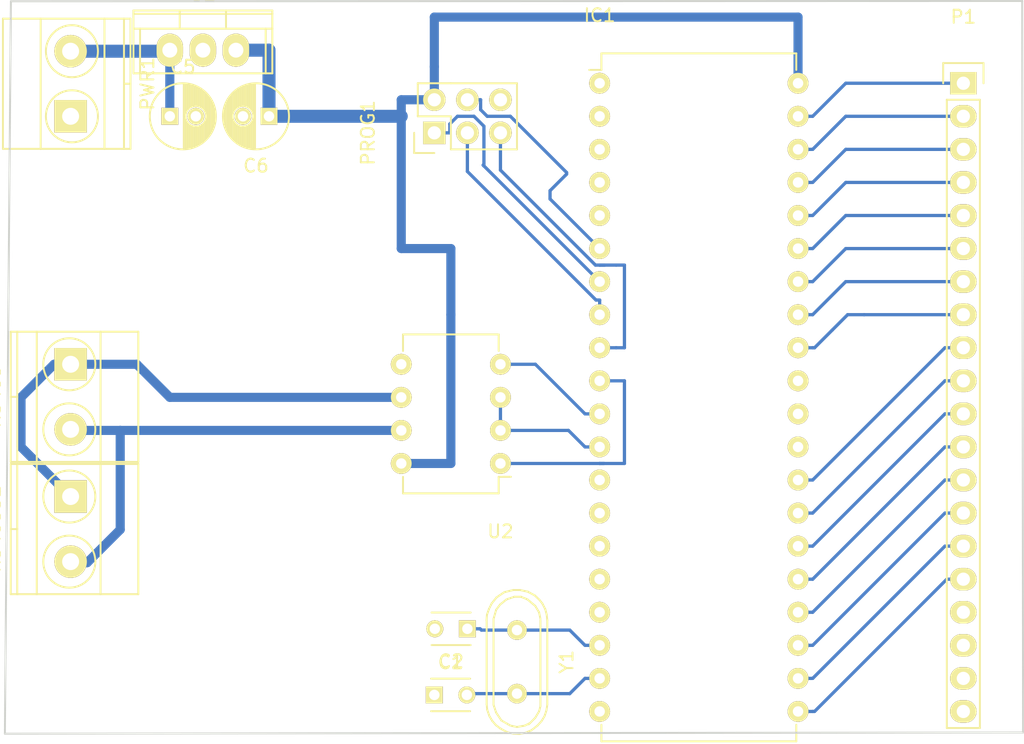
<source format=kicad_pcb>
(kicad_pcb (version 20171130) (host pcbnew "(5.1.12)-1")

  (general
    (thickness 1.6)
    (drawings 4)
    (tracks 141)
    (zones 0)
    (modules 13)
    (nets 44)
  )

  (page A4)
  (layers
    (0 F.Cu signal)
    (31 B.Cu signal)
    (33 F.Adhes user hide)
    (35 F.Paste user hide)
    (37 F.SilkS user hide)
    (39 F.Mask user hide)
    (40 Dwgs.User user hide)
    (41 Cmts.User user hide)
    (42 Eco1.User user hide)
    (43 Eco2.User user hide)
    (44 Edge.Cuts user)
    (45 Margin user hide)
    (47 F.CrtYd user hide)
    (49 F.Fab user hide)
  )

  (setup
    (last_trace_width 0.25)
    (user_trace_width 0.7)
    (user_trace_width 1)
    (trace_clearance 0.2)
    (zone_clearance 0.6)
    (zone_45_only yes)
    (trace_min 0.2)
    (via_size 0.6)
    (via_drill 0.4)
    (via_min_size 0.4)
    (via_min_drill 0.3)
    (uvia_size 0.3)
    (uvia_drill 0.1)
    (uvias_allowed no)
    (uvia_min_size 0.2)
    (uvia_min_drill 0.1)
    (edge_width 0.15)
    (segment_width 0.2)
    (pcb_text_width 0.3)
    (pcb_text_size 1.5 1.5)
    (mod_edge_width 0.15)
    (mod_text_size 1 1)
    (mod_text_width 0.15)
    (pad_size 1.524 1.524)
    (pad_drill 0.762)
    (pad_to_mask_clearance 0.2)
    (aux_axis_origin 144.78 149.86)
    (visible_elements 7FFFFFFF)
    (pcbplotparams
      (layerselection 0x00000_80000000)
      (usegerberextensions false)
      (usegerberattributes true)
      (usegerberadvancedattributes true)
      (creategerberjobfile true)
      (excludeedgelayer true)
      (linewidth 0.100000)
      (plotframeref false)
      (viasonmask false)
      (mode 1)
      (useauxorigin false)
      (hpglpennumber 1)
      (hpglpenspeed 20)
      (hpglpendiameter 15.000000)
      (psnegative true)
      (psa4output true)
      (plotreference false)
      (plotvalue false)
      (plotinvisibletext false)
      (padsonsilk false)
      (subtractmaskfromsilk false)
      (outputformat 2)
      (mirror true)
      (drillshape 2)
      (scaleselection 1)
      (outputdirectory ""))
  )

  (net 0 "")
  (net 1 Earth)
  (net 2 "Net-(C1-Pad2)")
  (net 3 "Net-(C2-Pad1)")
  (net 4 +BATT)
  (net 5 +5V)
  (net 6 /MOSI)
  (net 7 /MISO)
  (net 8 /SCK)
  (net 9 /RESET)
  (net 10 "Net-(IC1-Pad10)")
  (net 11 "Net-(IC1-Pad11)")
  (net 12 "Net-(IC1-Pad12)")
  (net 13 /O9)
  (net 14 /O10)
  (net 15 /O11)
  (net 16 /O12)
  (net 17 /O13)
  (net 18 /O14)
  (net 19 /O15)
  (net 20 /O16)
  (net 21 "Net-(IC1-Pad29)")
  (net 22 "Net-(IC1-Pad30)")
  (net 23 "Net-(IC1-Pad31)")
  (net 24 /O8)
  (net 25 /O7)
  (net 26 /O6)
  (net 27 /O5)
  (net 28 /O4)
  (net 29 /O3)
  (net 30 /O2)
  (net 31 /O1)
  (net 32 "Net-(RS485-Pad2)")
  (net 33 "Net-(RS485-Pad1)")
  (net 34 "Net-(IC1-Pad1)")
  (net 35 "Net-(IC1-Pad2)")
  (net 36 "Net-(IC1-Pad3)")
  (net 37 "Net-(IC1-Pad5)")
  (net 38 "Net-(IC1-Pad13)")
  (net 39 "Net-(IC1-Pad14)")
  (net 40 "Net-(IC1-Pad15)")
  (net 41 "Net-(IC1-Pad16)")
  (net 42 "Net-(IC1-Pad17)")
  (net 43 "Net-(IC1-Pad4)")

  (net_class Default "This is the default net class."
    (clearance 0.2)
    (trace_width 0.25)
    (via_dia 0.6)
    (via_drill 0.4)
    (uvia_dia 0.3)
    (uvia_drill 0.1)
    (add_net +5V)
    (add_net +BATT)
    (add_net /MISO)
    (add_net /MOSI)
    (add_net /O1)
    (add_net /O10)
    (add_net /O11)
    (add_net /O12)
    (add_net /O13)
    (add_net /O14)
    (add_net /O15)
    (add_net /O16)
    (add_net /O2)
    (add_net /O3)
    (add_net /O4)
    (add_net /O5)
    (add_net /O6)
    (add_net /O7)
    (add_net /O8)
    (add_net /O9)
    (add_net /RESET)
    (add_net /SCK)
    (add_net Earth)
    (add_net "Net-(C1-Pad2)")
    (add_net "Net-(C2-Pad1)")
    (add_net "Net-(IC1-Pad1)")
    (add_net "Net-(IC1-Pad10)")
    (add_net "Net-(IC1-Pad11)")
    (add_net "Net-(IC1-Pad12)")
    (add_net "Net-(IC1-Pad13)")
    (add_net "Net-(IC1-Pad14)")
    (add_net "Net-(IC1-Pad15)")
    (add_net "Net-(IC1-Pad16)")
    (add_net "Net-(IC1-Pad17)")
    (add_net "Net-(IC1-Pad2)")
    (add_net "Net-(IC1-Pad29)")
    (add_net "Net-(IC1-Pad3)")
    (add_net "Net-(IC1-Pad30)")
    (add_net "Net-(IC1-Pad31)")
    (add_net "Net-(IC1-Pad4)")
    (add_net "Net-(IC1-Pad5)")
    (add_net "Net-(RS485-Pad1)")
    (add_net "Net-(RS485-Pad2)")
  )

  (module Capacitors_ThroughHole:C_Disc_D3_P2.5 (layer F.Cu) (tedit 0) (tstamp 57DCEEA2)
    (at 175.26 142.24)
    (descr "Capacitor 3mm Disc, Pitch 2.5mm")
    (tags Capacitor)
    (path /57DCD2A6)
    (fp_text reference C1 (at 1.25 -2.5) (layer F.SilkS)
      (effects (font (size 1 1) (thickness 0.15)))
    )
    (fp_text value C_Small (at 1.25 2.5) (layer F.Fab)
      (effects (font (size 1 1) (thickness 0.15)))
    )
    (fp_line (start 2.75 1.25) (end -0.25 1.25) (layer F.SilkS) (width 0.15))
    (fp_line (start -0.25 -1.25) (end 2.75 -1.25) (layer F.SilkS) (width 0.15))
    (fp_line (start -0.9 1.5) (end -0.9 -1.5) (layer F.CrtYd) (width 0.05))
    (fp_line (start 3.4 1.5) (end -0.9 1.5) (layer F.CrtYd) (width 0.05))
    (fp_line (start 3.4 -1.5) (end 3.4 1.5) (layer F.CrtYd) (width 0.05))
    (fp_line (start -0.9 -1.5) (end 3.4 -1.5) (layer F.CrtYd) (width 0.05))
    (pad 1 thru_hole rect (at 0 0) (size 1.3 1.3) (drill 0.8) (layers *.Cu *.Mask F.SilkS)
      (net 1 Earth))
    (pad 2 thru_hole circle (at 2.5 0) (size 1.3 1.3) (drill 0.8001) (layers *.Cu *.Mask F.SilkS)
      (net 2 "Net-(C1-Pad2)"))
    (model Capacitors_ThroughHole.3dshapes/C_Disc_D3_P2.5.wrl
      (offset (xyz 1.250000021226883 0 0))
      (scale (xyz 1 1 1))
      (rotate (xyz 0 0 0))
    )
  )

  (module Capacitors_ThroughHole:C_Disc_D3_P2.5 (layer F.Cu) (tedit 0) (tstamp 57DCEEA8)
    (at 177.8 137.16 180)
    (descr "Capacitor 3mm Disc, Pitch 2.5mm")
    (tags Capacitor)
    (path /57DCD2D3)
    (fp_text reference C2 (at 1.25 -2.5 180) (layer F.SilkS)
      (effects (font (size 1 1) (thickness 0.15)))
    )
    (fp_text value C_Small (at 1.25 2.5 180) (layer F.Fab)
      (effects (font (size 1 1) (thickness 0.15)))
    )
    (fp_line (start 2.75 1.25) (end -0.25 1.25) (layer F.SilkS) (width 0.15))
    (fp_line (start -0.25 -1.25) (end 2.75 -1.25) (layer F.SilkS) (width 0.15))
    (fp_line (start -0.9 1.5) (end -0.9 -1.5) (layer F.CrtYd) (width 0.05))
    (fp_line (start 3.4 1.5) (end -0.9 1.5) (layer F.CrtYd) (width 0.05))
    (fp_line (start 3.4 -1.5) (end 3.4 1.5) (layer F.CrtYd) (width 0.05))
    (fp_line (start -0.9 -1.5) (end 3.4 -1.5) (layer F.CrtYd) (width 0.05))
    (pad 1 thru_hole rect (at 0 0 180) (size 1.3 1.3) (drill 0.8) (layers *.Cu *.Mask F.SilkS)
      (net 3 "Net-(C2-Pad1)"))
    (pad 2 thru_hole circle (at 2.5 0 180) (size 1.3 1.3) (drill 0.8001) (layers *.Cu *.Mask F.SilkS)
      (net 1 Earth))
    (model Capacitors_ThroughHole.3dshapes/C_Disc_D3_P2.5.wrl
      (offset (xyz 1.250000021226883 0 0))
      (scale (xyz 1 1 1))
      (rotate (xyz 0 0 0))
    )
  )

  (module Capacitors_ThroughHole:C_Radial_D5_L11_P2 (layer F.Cu) (tedit 0) (tstamp 57DCEEAE)
    (at 154.94 97.79)
    (descr "Radial Electrolytic Capacitor 5mm x Length 11mm, Pitch 2mm")
    (tags "Electrolytic Capacitor")
    (path /57DEE4DA)
    (fp_text reference C5 (at 1 -3.8) (layer F.SilkS)
      (effects (font (size 1 1) (thickness 0.15)))
    )
    (fp_text value 10uf (at 1 3.8) (layer F.Fab)
      (effects (font (size 1 1) (thickness 0.15)))
    )
    (fp_circle (center 1 0) (end 1 -2.8) (layer F.CrtYd) (width 0.05))
    (fp_circle (center 1 0) (end 1 -2.5375) (layer F.SilkS) (width 0.15))
    (fp_circle (center 2 0) (end 2 -0.8) (layer F.SilkS) (width 0.15))
    (fp_line (start 3.455 -0.472) (end 3.455 0.472) (layer F.SilkS) (width 0.15))
    (fp_line (start 3.315 -0.944) (end 3.315 0.944) (layer F.SilkS) (width 0.15))
    (fp_line (start 3.175 -1.233) (end 3.175 1.233) (layer F.SilkS) (width 0.15))
    (fp_line (start 3.035 -1.452) (end 3.035 1.452) (layer F.SilkS) (width 0.15))
    (fp_line (start 2.895 -1.631) (end 2.895 1.631) (layer F.SilkS) (width 0.15))
    (fp_line (start 2.755 0.265) (end 2.755 1.78) (layer F.SilkS) (width 0.15))
    (fp_line (start 2.755 -1.78) (end 2.755 -0.265) (layer F.SilkS) (width 0.15))
    (fp_line (start 2.615 0.512) (end 2.615 1.908) (layer F.SilkS) (width 0.15))
    (fp_line (start 2.615 -1.908) (end 2.615 -0.512) (layer F.SilkS) (width 0.15))
    (fp_line (start 2.475 0.644) (end 2.475 2.019) (layer F.SilkS) (width 0.15))
    (fp_line (start 2.475 -2.019) (end 2.475 -0.644) (layer F.SilkS) (width 0.15))
    (fp_line (start 2.335 0.726) (end 2.335 2.114) (layer F.SilkS) (width 0.15))
    (fp_line (start 2.335 -2.114) (end 2.335 -0.726) (layer F.SilkS) (width 0.15))
    (fp_line (start 2.195 0.776) (end 2.195 2.196) (layer F.SilkS) (width 0.15))
    (fp_line (start 2.195 -2.196) (end 2.195 -0.776) (layer F.SilkS) (width 0.15))
    (fp_line (start 2.055 0.798) (end 2.055 2.266) (layer F.SilkS) (width 0.15))
    (fp_line (start 2.055 -2.266) (end 2.055 -0.798) (layer F.SilkS) (width 0.15))
    (fp_line (start 1.915 0.795) (end 1.915 2.327) (layer F.SilkS) (width 0.15))
    (fp_line (start 1.915 -2.327) (end 1.915 -0.795) (layer F.SilkS) (width 0.15))
    (fp_line (start 1.775 0.768) (end 1.775 2.377) (layer F.SilkS) (width 0.15))
    (fp_line (start 1.775 -2.377) (end 1.775 -0.768) (layer F.SilkS) (width 0.15))
    (fp_line (start 1.635 0.712) (end 1.635 2.418) (layer F.SilkS) (width 0.15))
    (fp_line (start 1.635 -2.418) (end 1.635 -0.712) (layer F.SilkS) (width 0.15))
    (fp_line (start 1.495 0.62) (end 1.495 2.451) (layer F.SilkS) (width 0.15))
    (fp_line (start 1.495 -2.451) (end 1.495 -0.62) (layer F.SilkS) (width 0.15))
    (fp_line (start 1.355 0.473) (end 1.355 2.475) (layer F.SilkS) (width 0.15))
    (fp_line (start 1.355 -2.475) (end 1.355 -0.473) (layer F.SilkS) (width 0.15))
    (fp_line (start 1.215 0.154) (end 1.215 2.491) (layer F.SilkS) (width 0.15))
    (fp_line (start 1.215 -2.491) (end 1.215 -0.154) (layer F.SilkS) (width 0.15))
    (fp_line (start 1.075 -2.499) (end 1.075 2.499) (layer F.SilkS) (width 0.15))
    (pad 1 thru_hole rect (at 0 0) (size 1.3 1.3) (drill 0.8) (layers *.Cu *.Mask F.SilkS)
      (net 4 +BATT))
    (pad 2 thru_hole circle (at 2 0) (size 1.3 1.3) (drill 0.8) (layers *.Cu *.Mask F.SilkS)
      (net 1 Earth))
    (model Capacitors_ThroughHole.3dshapes/C_Radial_D5_L11_P2.wrl
      (at (xyz 0 0 0))
      (scale (xyz 1 1 1))
      (rotate (xyz 0 0 0))
    )
  )

  (module Capacitors_ThroughHole:C_Radial_D5_L11_P2 (layer F.Cu) (tedit 0) (tstamp 57DCEEB4)
    (at 162.56 97.79 180)
    (descr "Radial Electrolytic Capacitor 5mm x Length 11mm, Pitch 2mm")
    (tags "Electrolytic Capacitor")
    (path /57DEE51D)
    (fp_text reference C6 (at 1 -3.8 180) (layer F.SilkS)
      (effects (font (size 1 1) (thickness 0.15)))
    )
    (fp_text value 10uf (at 1 3.8 180) (layer F.Fab)
      (effects (font (size 1 1) (thickness 0.15)))
    )
    (fp_circle (center 1 0) (end 1 -2.8) (layer F.CrtYd) (width 0.05))
    (fp_circle (center 1 0) (end 1 -2.5375) (layer F.SilkS) (width 0.15))
    (fp_circle (center 2 0) (end 2 -0.8) (layer F.SilkS) (width 0.15))
    (fp_line (start 3.455 -0.472) (end 3.455 0.472) (layer F.SilkS) (width 0.15))
    (fp_line (start 3.315 -0.944) (end 3.315 0.944) (layer F.SilkS) (width 0.15))
    (fp_line (start 3.175 -1.233) (end 3.175 1.233) (layer F.SilkS) (width 0.15))
    (fp_line (start 3.035 -1.452) (end 3.035 1.452) (layer F.SilkS) (width 0.15))
    (fp_line (start 2.895 -1.631) (end 2.895 1.631) (layer F.SilkS) (width 0.15))
    (fp_line (start 2.755 0.265) (end 2.755 1.78) (layer F.SilkS) (width 0.15))
    (fp_line (start 2.755 -1.78) (end 2.755 -0.265) (layer F.SilkS) (width 0.15))
    (fp_line (start 2.615 0.512) (end 2.615 1.908) (layer F.SilkS) (width 0.15))
    (fp_line (start 2.615 -1.908) (end 2.615 -0.512) (layer F.SilkS) (width 0.15))
    (fp_line (start 2.475 0.644) (end 2.475 2.019) (layer F.SilkS) (width 0.15))
    (fp_line (start 2.475 -2.019) (end 2.475 -0.644) (layer F.SilkS) (width 0.15))
    (fp_line (start 2.335 0.726) (end 2.335 2.114) (layer F.SilkS) (width 0.15))
    (fp_line (start 2.335 -2.114) (end 2.335 -0.726) (layer F.SilkS) (width 0.15))
    (fp_line (start 2.195 0.776) (end 2.195 2.196) (layer F.SilkS) (width 0.15))
    (fp_line (start 2.195 -2.196) (end 2.195 -0.776) (layer F.SilkS) (width 0.15))
    (fp_line (start 2.055 0.798) (end 2.055 2.266) (layer F.SilkS) (width 0.15))
    (fp_line (start 2.055 -2.266) (end 2.055 -0.798) (layer F.SilkS) (width 0.15))
    (fp_line (start 1.915 0.795) (end 1.915 2.327) (layer F.SilkS) (width 0.15))
    (fp_line (start 1.915 -2.327) (end 1.915 -0.795) (layer F.SilkS) (width 0.15))
    (fp_line (start 1.775 0.768) (end 1.775 2.377) (layer F.SilkS) (width 0.15))
    (fp_line (start 1.775 -2.377) (end 1.775 -0.768) (layer F.SilkS) (width 0.15))
    (fp_line (start 1.635 0.712) (end 1.635 2.418) (layer F.SilkS) (width 0.15))
    (fp_line (start 1.635 -2.418) (end 1.635 -0.712) (layer F.SilkS) (width 0.15))
    (fp_line (start 1.495 0.62) (end 1.495 2.451) (layer F.SilkS) (width 0.15))
    (fp_line (start 1.495 -2.451) (end 1.495 -0.62) (layer F.SilkS) (width 0.15))
    (fp_line (start 1.355 0.473) (end 1.355 2.475) (layer F.SilkS) (width 0.15))
    (fp_line (start 1.355 -2.475) (end 1.355 -0.473) (layer F.SilkS) (width 0.15))
    (fp_line (start 1.215 0.154) (end 1.215 2.491) (layer F.SilkS) (width 0.15))
    (fp_line (start 1.215 -2.491) (end 1.215 -0.154) (layer F.SilkS) (width 0.15))
    (fp_line (start 1.075 -2.499) (end 1.075 2.499) (layer F.SilkS) (width 0.15))
    (pad 1 thru_hole rect (at 0 0 180) (size 1.3 1.3) (drill 0.8) (layers *.Cu *.Mask F.SilkS)
      (net 5 +5V))
    (pad 2 thru_hole circle (at 2 0 180) (size 1.3 1.3) (drill 0.8) (layers *.Cu *.Mask F.SilkS)
      (net 1 Earth))
    (model Capacitors_ThroughHole.3dshapes/C_Radial_D5_L11_P2.wrl
      (at (xyz 0 0 0))
      (scale (xyz 1 1 1))
      (rotate (xyz 0 0 0))
    )
  )

  (module Housings_DIP:DIP-40_W15.24mm (layer F.Cu) (tedit 54130A77) (tstamp 57DCEEE0)
    (at 187.96 95.25)
    (descr "40-lead dip package, row spacing 15.24 mm (600 mils)")
    (tags "dil dip 2.54 600")
    (path /57DCCFA7)
    (fp_text reference IC1 (at 0 -5.22) (layer F.SilkS)
      (effects (font (size 1 1) (thickness 0.15)))
    )
    (fp_text value AT90S8515-P (at 0 -3.72) (layer F.Fab)
      (effects (font (size 1 1) (thickness 0.15)))
    )
    (fp_line (start 0.135 -1.025) (end -0.8 -1.025) (layer F.SilkS) (width 0.15))
    (fp_line (start 0.135 50.555) (end 15.105 50.555) (layer F.SilkS) (width 0.15))
    (fp_line (start 0.135 -2.295) (end 15.105 -2.295) (layer F.SilkS) (width 0.15))
    (fp_line (start 0.135 50.555) (end 0.135 49.285) (layer F.SilkS) (width 0.15))
    (fp_line (start 15.105 50.555) (end 15.105 49.285) (layer F.SilkS) (width 0.15))
    (fp_line (start 15.105 -2.295) (end 15.105 -1.025) (layer F.SilkS) (width 0.15))
    (fp_line (start 0.135 -2.295) (end 0.135 -1.025) (layer F.SilkS) (width 0.15))
    (fp_line (start -1.05 50.75) (end 16.3 50.75) (layer F.CrtYd) (width 0.05))
    (fp_line (start -1.05 -2.45) (end 16.3 -2.45) (layer F.CrtYd) (width 0.05))
    (fp_line (start 16.3 -2.45) (end 16.3 50.75) (layer F.CrtYd) (width 0.05))
    (fp_line (start -1.05 -2.45) (end -1.05 50.75) (layer F.CrtYd) (width 0.05))
    (pad 1 thru_hole oval (at 0 0) (size 1.6 1.6) (drill 0.8) (layers *.Cu *.Mask F.SilkS)
      (net 34 "Net-(IC1-Pad1)"))
    (pad 2 thru_hole oval (at 0 2.54) (size 1.6 1.6) (drill 0.8) (layers *.Cu *.Mask F.SilkS)
      (net 35 "Net-(IC1-Pad2)"))
    (pad 3 thru_hole oval (at 0 5.08) (size 1.6 1.6) (drill 0.8) (layers *.Cu *.Mask F.SilkS)
      (net 36 "Net-(IC1-Pad3)"))
    (pad 4 thru_hole oval (at 0 7.62) (size 1.6 1.6) (drill 0.8) (layers *.Cu *.Mask F.SilkS)
      (net 43 "Net-(IC1-Pad4)"))
    (pad 5 thru_hole oval (at 0 10.16) (size 1.6 1.6) (drill 0.8) (layers *.Cu *.Mask F.SilkS)
      (net 37 "Net-(IC1-Pad5)"))
    (pad 6 thru_hole oval (at 0 12.7) (size 1.6 1.6) (drill 0.8) (layers *.Cu *.Mask F.SilkS)
      (net 6 /MOSI))
    (pad 7 thru_hole oval (at 0 15.24) (size 1.6 1.6) (drill 0.8) (layers *.Cu *.Mask F.SilkS)
      (net 7 /MISO))
    (pad 8 thru_hole oval (at 0 17.78) (size 1.6 1.6) (drill 0.8) (layers *.Cu *.Mask F.SilkS)
      (net 8 /SCK))
    (pad 9 thru_hole oval (at 0 20.32) (size 1.6 1.6) (drill 0.8) (layers *.Cu *.Mask F.SilkS)
      (net 9 /RESET))
    (pad 10 thru_hole oval (at 0 22.86) (size 1.6 1.6) (drill 0.8) (layers *.Cu *.Mask F.SilkS)
      (net 10 "Net-(IC1-Pad10)"))
    (pad 11 thru_hole oval (at 0 25.4) (size 1.6 1.6) (drill 0.8) (layers *.Cu *.Mask F.SilkS)
      (net 11 "Net-(IC1-Pad11)"))
    (pad 12 thru_hole oval (at 0 27.94) (size 1.6 1.6) (drill 0.8) (layers *.Cu *.Mask F.SilkS)
      (net 12 "Net-(IC1-Pad12)"))
    (pad 13 thru_hole oval (at 0 30.48) (size 1.6 1.6) (drill 0.8) (layers *.Cu *.Mask F.SilkS)
      (net 38 "Net-(IC1-Pad13)"))
    (pad 14 thru_hole oval (at 0 33.02) (size 1.6 1.6) (drill 0.8) (layers *.Cu *.Mask F.SilkS)
      (net 39 "Net-(IC1-Pad14)"))
    (pad 15 thru_hole oval (at 0 35.56) (size 1.6 1.6) (drill 0.8) (layers *.Cu *.Mask F.SilkS)
      (net 40 "Net-(IC1-Pad15)"))
    (pad 16 thru_hole oval (at 0 38.1) (size 1.6 1.6) (drill 0.8) (layers *.Cu *.Mask F.SilkS)
      (net 41 "Net-(IC1-Pad16)"))
    (pad 17 thru_hole oval (at 0 40.64) (size 1.6 1.6) (drill 0.8) (layers *.Cu *.Mask F.SilkS)
      (net 42 "Net-(IC1-Pad17)"))
    (pad 18 thru_hole oval (at 0 43.18) (size 1.6 1.6) (drill 0.8) (layers *.Cu *.Mask F.SilkS)
      (net 3 "Net-(C2-Pad1)"))
    (pad 19 thru_hole oval (at 0 45.72) (size 1.6 1.6) (drill 0.8) (layers *.Cu *.Mask F.SilkS)
      (net 2 "Net-(C1-Pad2)"))
    (pad 20 thru_hole oval (at 0 48.26) (size 1.6 1.6) (drill 0.8) (layers *.Cu *.Mask F.SilkS)
      (net 1 Earth))
    (pad 21 thru_hole oval (at 15.24 48.26) (size 1.6 1.6) (drill 0.8) (layers *.Cu *.Mask F.SilkS)
      (net 13 /O9))
    (pad 22 thru_hole oval (at 15.24 45.72) (size 1.6 1.6) (drill 0.8) (layers *.Cu *.Mask F.SilkS)
      (net 14 /O10))
    (pad 23 thru_hole oval (at 15.24 43.18) (size 1.6 1.6) (drill 0.8) (layers *.Cu *.Mask F.SilkS)
      (net 15 /O11))
    (pad 24 thru_hole oval (at 15.24 40.64) (size 1.6 1.6) (drill 0.8) (layers *.Cu *.Mask F.SilkS)
      (net 16 /O12))
    (pad 25 thru_hole oval (at 15.24 38.1) (size 1.6 1.6) (drill 0.8) (layers *.Cu *.Mask F.SilkS)
      (net 17 /O13))
    (pad 26 thru_hole oval (at 15.24 35.56) (size 1.6 1.6) (drill 0.8) (layers *.Cu *.Mask F.SilkS)
      (net 18 /O14))
    (pad 27 thru_hole oval (at 15.24 33.02) (size 1.6 1.6) (drill 0.8) (layers *.Cu *.Mask F.SilkS)
      (net 19 /O15))
    (pad 28 thru_hole oval (at 15.24 30.48) (size 1.6 1.6) (drill 0.8) (layers *.Cu *.Mask F.SilkS)
      (net 20 /O16))
    (pad 29 thru_hole oval (at 15.24 27.94) (size 1.6 1.6) (drill 0.8) (layers *.Cu *.Mask F.SilkS)
      (net 21 "Net-(IC1-Pad29)"))
    (pad 30 thru_hole oval (at 15.24 25.4) (size 1.6 1.6) (drill 0.8) (layers *.Cu *.Mask F.SilkS)
      (net 22 "Net-(IC1-Pad30)"))
    (pad 31 thru_hole oval (at 15.24 22.86) (size 1.6 1.6) (drill 0.8) (layers *.Cu *.Mask F.SilkS)
      (net 23 "Net-(IC1-Pad31)"))
    (pad 32 thru_hole oval (at 15.24 20.32) (size 1.6 1.6) (drill 0.8) (layers *.Cu *.Mask F.SilkS)
      (net 24 /O8))
    (pad 33 thru_hole oval (at 15.24 17.78) (size 1.6 1.6) (drill 0.8) (layers *.Cu *.Mask F.SilkS)
      (net 25 /O7))
    (pad 34 thru_hole oval (at 15.24 15.24) (size 1.6 1.6) (drill 0.8) (layers *.Cu *.Mask F.SilkS)
      (net 26 /O6))
    (pad 35 thru_hole oval (at 15.24 12.7) (size 1.6 1.6) (drill 0.8) (layers *.Cu *.Mask F.SilkS)
      (net 27 /O5))
    (pad 36 thru_hole oval (at 15.24 10.16) (size 1.6 1.6) (drill 0.8) (layers *.Cu *.Mask F.SilkS)
      (net 28 /O4))
    (pad 37 thru_hole oval (at 15.24 7.62) (size 1.6 1.6) (drill 0.8) (layers *.Cu *.Mask F.SilkS)
      (net 29 /O3))
    (pad 38 thru_hole oval (at 15.24 5.08) (size 1.6 1.6) (drill 0.8) (layers *.Cu *.Mask F.SilkS)
      (net 30 /O2))
    (pad 39 thru_hole oval (at 15.24 2.54) (size 1.6 1.6) (drill 0.8) (layers *.Cu *.Mask F.SilkS)
      (net 31 /O1))
    (pad 40 thru_hole oval (at 15.24 0) (size 1.6 1.6) (drill 0.8) (layers *.Cu *.Mask F.SilkS)
      (net 5 +5V))
    (model Housings_DIP.3dshapes/DIP-40_W15.24mm.wrl
      (at (xyz 0 0 0))
      (scale (xyz 1 1 1))
      (rotate (xyz 0 0 0))
    )
  )

  (module Pin_Headers:Pin_Header_Straight_2x03 (layer F.Cu) (tedit 54EA0A4B) (tstamp 57DCEF04)
    (at 175.26 99.06 90)
    (descr "Through hole pin header")
    (tags "pin header")
    (path /57DD4174)
    (fp_text reference PROG1 (at 0 -5.1 90) (layer F.SilkS)
      (effects (font (size 1 1) (thickness 0.15)))
    )
    (fp_text value CONN_02X03 (at 0 -3.1 90) (layer F.Fab)
      (effects (font (size 1 1) (thickness 0.15)))
    )
    (fp_line (start 3.81 1.27) (end 3.81 -1.27) (layer F.SilkS) (width 0.15))
    (fp_line (start 3.81 -1.27) (end 1.27 -1.27) (layer F.SilkS) (width 0.15))
    (fp_line (start -1.55 -1.55) (end -1.55 0) (layer F.SilkS) (width 0.15))
    (fp_line (start 3.81 6.35) (end 3.81 1.27) (layer F.SilkS) (width 0.15))
    (fp_line (start -1.27 6.35) (end 3.81 6.35) (layer F.SilkS) (width 0.15))
    (fp_line (start 1.27 1.27) (end -1.27 1.27) (layer F.SilkS) (width 0.15))
    (fp_line (start 1.27 -1.27) (end 1.27 1.27) (layer F.SilkS) (width 0.15))
    (fp_line (start -1.75 6.85) (end 4.3 6.85) (layer F.CrtYd) (width 0.05))
    (fp_line (start -1.75 -1.75) (end 4.3 -1.75) (layer F.CrtYd) (width 0.05))
    (fp_line (start 4.3 -1.75) (end 4.3 6.85) (layer F.CrtYd) (width 0.05))
    (fp_line (start -1.75 -1.75) (end -1.75 6.85) (layer F.CrtYd) (width 0.05))
    (fp_line (start -1.55 -1.55) (end 0 -1.55) (layer F.SilkS) (width 0.15))
    (fp_line (start -1.27 1.27) (end -1.27 6.35) (layer F.SilkS) (width 0.15))
    (pad 1 thru_hole rect (at 0 0 90) (size 1.7272 1.7272) (drill 1.016) (layers *.Cu *.Mask F.SilkS)
      (net 7 /MISO))
    (pad 2 thru_hole oval (at 2.54 0 90) (size 1.7272 1.7272) (drill 1.016) (layers *.Cu *.Mask F.SilkS)
      (net 5 +5V))
    (pad 3 thru_hole oval (at 0 2.54 90) (size 1.7272 1.7272) (drill 1.016) (layers *.Cu *.Mask F.SilkS)
      (net 8 /SCK))
    (pad 4 thru_hole oval (at 2.54 2.54 90) (size 1.7272 1.7272) (drill 1.016) (layers *.Cu *.Mask F.SilkS)
      (net 6 /MOSI))
    (pad 5 thru_hole oval (at 0 5.08 90) (size 1.7272 1.7272) (drill 1.016) (layers *.Cu *.Mask F.SilkS)
      (net 9 /RESET))
    (pad 6 thru_hole oval (at 2.54 5.08 90) (size 1.7272 1.7272) (drill 1.016) (layers *.Cu *.Mask F.SilkS)
      (net 1 Earth))
    (model Pin_Headers.3dshapes/Pin_Header_Straight_2x03.wrl
      (offset (xyz 1.269999980926514 -2.539999961853027 0))
      (scale (xyz 1 1 1))
      (rotate (xyz 0 0 90))
    )
  )

  (module Power_Integrations:TO-220 (layer F.Cu) (tedit 0) (tstamp 57DCEF23)
    (at 157.48 92.71)
    (descr "Non Isolated JEDEC TO-220 Package")
    (tags "Power Integration YN Package")
    (path /57DEE486)
    (fp_text reference U1 (at 0 -4.318) (layer F.SilkS)
      (effects (font (size 1 1) (thickness 0.15)))
    )
    (fp_text value LM7805CT (at 0 -4.318) (layer F.Fab)
      (effects (font (size 1 1) (thickness 0.15)))
    )
    (fp_line (start 5.334 -3.048) (end -5.334 -3.048) (layer F.SilkS) (width 0.15))
    (fp_line (start 5.334 -3.048) (end 5.334 1.778) (layer F.SilkS) (width 0.15))
    (fp_line (start -5.334 -3.048) (end -5.334 1.778) (layer F.SilkS) (width 0.15))
    (fp_line (start 5.334 1.778) (end -5.334 1.778) (layer F.SilkS) (width 0.15))
    (fp_line (start -5.334 -1.651) (end 5.334 -1.651) (layer F.SilkS) (width 0.15))
    (fp_line (start -1.778 -1.778) (end -1.778 -3.048) (layer F.SilkS) (width 0.15))
    (fp_line (start 1.778 -1.778) (end 1.778 -3.048) (layer F.SilkS) (width 0.15))
    (fp_line (start 5.334 -2.794) (end -5.334 -2.794) (layer F.SilkS) (width 0.15))
    (fp_line (start -4.826 -1.651) (end -4.826 1.778) (layer F.SilkS) (width 0.15))
    (fp_line (start 4.826 -1.651) (end 4.826 1.778) (layer F.SilkS) (width 0.15))
    (pad 2 thru_hole oval (at 0 0) (size 2.032 2.54) (drill 1.143) (layers *.Cu *.Mask F.SilkS)
      (net 1 Earth))
    (pad 3 thru_hole oval (at 2.54 0) (size 2.032 2.54) (drill 1.143) (layers *.Cu *.Mask F.SilkS)
      (net 5 +5V))
    (pad 1 thru_hole oval (at -2.54 0) (size 2.032 2.54) (drill 1.143) (layers *.Cu *.Mask F.SilkS)
      (net 4 +BATT))
  )

  (module Housings_DIP:DIP-8_W7.62mm (layer F.Cu) (tedit 54130A77) (tstamp 57DCEF2F)
    (at 180.34 124.46 180)
    (descr "8-lead dip package, row spacing 7.62 mm (300 mils)")
    (tags "dil dip 2.54 300")
    (path /57DCE524)
    (fp_text reference U2 (at 0 -5.22 180) (layer F.SilkS)
      (effects (font (size 1 1) (thickness 0.15)))
    )
    (fp_text value SP3485CP (at 0 -3.72 180) (layer F.Fab)
      (effects (font (size 1 1) (thickness 0.15)))
    )
    (fp_line (start 0.135 -1.025) (end -0.8 -1.025) (layer F.SilkS) (width 0.15))
    (fp_line (start 0.135 9.915) (end 7.485 9.915) (layer F.SilkS) (width 0.15))
    (fp_line (start 0.135 -2.295) (end 7.485 -2.295) (layer F.SilkS) (width 0.15))
    (fp_line (start 0.135 9.915) (end 0.135 8.645) (layer F.SilkS) (width 0.15))
    (fp_line (start 7.485 9.915) (end 7.485 8.645) (layer F.SilkS) (width 0.15))
    (fp_line (start 7.485 -2.295) (end 7.485 -1.025) (layer F.SilkS) (width 0.15))
    (fp_line (start 0.135 -2.295) (end 0.135 -1.025) (layer F.SilkS) (width 0.15))
    (fp_line (start -1.05 10.1) (end 8.65 10.1) (layer F.CrtYd) (width 0.05))
    (fp_line (start -1.05 -2.45) (end 8.65 -2.45) (layer F.CrtYd) (width 0.05))
    (fp_line (start 8.65 -2.45) (end 8.65 10.1) (layer F.CrtYd) (width 0.05))
    (fp_line (start -1.05 -2.45) (end -1.05 10.1) (layer F.CrtYd) (width 0.05))
    (pad 1 thru_hole oval (at 0 0 180) (size 1.6 1.6) (drill 0.8) (layers *.Cu *.Mask F.SilkS)
      (net 10 "Net-(IC1-Pad10)"))
    (pad 2 thru_hole oval (at 0 2.54 180) (size 1.6 1.6) (drill 0.8) (layers *.Cu *.Mask F.SilkS)
      (net 12 "Net-(IC1-Pad12)"))
    (pad 3 thru_hole oval (at 0 5.08 180) (size 1.6 1.6) (drill 0.8) (layers *.Cu *.Mask F.SilkS)
      (net 12 "Net-(IC1-Pad12)"))
    (pad 4 thru_hole oval (at 0 7.62 180) (size 1.6 1.6) (drill 0.8) (layers *.Cu *.Mask F.SilkS)
      (net 11 "Net-(IC1-Pad11)"))
    (pad 5 thru_hole oval (at 7.62 7.62 180) (size 1.6 1.6) (drill 0.8) (layers *.Cu *.Mask F.SilkS)
      (net 1 Earth))
    (pad 6 thru_hole oval (at 7.62 5.08 180) (size 1.6 1.6) (drill 0.8) (layers *.Cu *.Mask F.SilkS)
      (net 33 "Net-(RS485-Pad1)"))
    (pad 7 thru_hole oval (at 7.62 2.54 180) (size 1.6 1.6) (drill 0.8) (layers *.Cu *.Mask F.SilkS)
      (net 32 "Net-(RS485-Pad2)"))
    (pad 8 thru_hole oval (at 7.62 0 180) (size 1.6 1.6) (drill 0.8) (layers *.Cu *.Mask F.SilkS)
      (net 5 +5V))
    (model Housings_DIP.3dshapes/DIP-8_W7.62mm.wrl
      (at (xyz 0 0 0))
      (scale (xyz 1 1 1))
      (rotate (xyz 0 0 0))
    )
  )

  (module Crystals:Crystal_HC49-U_Vertical (layer F.Cu) (tedit 0) (tstamp 57DCEF35)
    (at 181.61 139.7 270)
    (descr "Crystal Quarz HC49/U vertical stehend")
    (tags "Crystal Quarz HC49/U vertical stehend")
    (path /57DCD1E2)
    (fp_text reference Y1 (at 0 -3.81 270) (layer F.SilkS)
      (effects (font (size 1 1) (thickness 0.15)))
    )
    (fp_text value 16mhz (at 0 3.81 270) (layer F.Fab)
      (effects (font (size 1 1) (thickness 0.15)))
    )
    (fp_line (start -3.2004 -2.32918) (end 3.2512 -2.32918) (layer F.SilkS) (width 0.15))
    (fp_line (start 3.6703 2.29108) (end 4.16052 2.1209) (layer F.SilkS) (width 0.15))
    (fp_line (start 3.2512 2.32918) (end 3.6703 2.29108) (layer F.SilkS) (width 0.15))
    (fp_line (start -3.2004 2.32918) (end 3.2512 2.32918) (layer F.SilkS) (width 0.15))
    (fp_line (start 3.73126 -2.2606) (end 3.2893 -2.32918) (layer F.SilkS) (width 0.15))
    (fp_line (start 4.16052 -2.1209) (end 3.73126 -2.2606) (layer F.SilkS) (width 0.15))
    (fp_line (start 4.54914 -1.88976) (end 4.16052 -2.1209) (layer F.SilkS) (width 0.15))
    (fp_line (start 4.89966 -1.56972) (end 4.54914 -1.88976) (layer F.SilkS) (width 0.15))
    (fp_line (start 5.26034 -1.09982) (end 4.89966 -1.56972) (layer F.SilkS) (width 0.15))
    (fp_line (start 5.45084 -0.65024) (end 5.26034 -1.09982) (layer F.SilkS) (width 0.15))
    (fp_line (start 5.53974 -0.1905) (end 5.45084 -0.65024) (layer F.SilkS) (width 0.15))
    (fp_line (start 5.51942 0.26924) (end 5.53974 -0.1905) (layer F.SilkS) (width 0.15))
    (fp_line (start 5.4102 0.73914) (end 5.51942 0.26924) (layer F.SilkS) (width 0.15))
    (fp_line (start 5.11048 1.29032) (end 5.4102 0.73914) (layer F.SilkS) (width 0.15))
    (fp_line (start 4.85902 1.62052) (end 5.11048 1.29032) (layer F.SilkS) (width 0.15))
    (fp_line (start 4.53898 1.89992) (end 4.85902 1.62052) (layer F.SilkS) (width 0.15))
    (fp_line (start 4.16052 2.1209) (end 4.53898 1.89992) (layer F.SilkS) (width 0.15))
    (fp_line (start -3.6195 2.30886) (end -3.18008 2.33934) (layer F.SilkS) (width 0.15))
    (fp_line (start -4.06908 2.14884) (end -3.6195 2.30886) (layer F.SilkS) (width 0.15))
    (fp_line (start -4.49072 1.94056) (end -4.06908 2.14884) (layer F.SilkS) (width 0.15))
    (fp_line (start -4.95046 1.56972) (end -4.49072 1.94056) (layer F.SilkS) (width 0.15))
    (fp_line (start -5.34924 0.98044) (end -4.95046 1.56972) (layer F.SilkS) (width 0.15))
    (fp_line (start -5.51942 0.2794) (end -5.34924 0.98044) (layer F.SilkS) (width 0.15))
    (fp_line (start -5.51942 -0.23114) (end -5.51942 0.2794) (layer F.SilkS) (width 0.15))
    (fp_line (start -5.38988 -0.83058) (end -5.51942 -0.23114) (layer F.SilkS) (width 0.15))
    (fp_line (start -5.10032 -1.36906) (end -5.38988 -0.83058) (layer F.SilkS) (width 0.15))
    (fp_line (start -4.77012 -1.71958) (end -5.10032 -1.36906) (layer F.SilkS) (width 0.15))
    (fp_line (start -4.48056 -1.95072) (end -4.77012 -1.71958) (layer F.SilkS) (width 0.15))
    (fp_line (start -4.04876 -2.16916) (end -4.48056 -1.95072) (layer F.SilkS) (width 0.15))
    (fp_line (start -3.64998 -2.28092) (end -4.04876 -2.16916) (layer F.SilkS) (width 0.15))
    (fp_line (start -3.19024 -2.32918) (end -3.64998 -2.28092) (layer F.SilkS) (width 0.15))
    (fp_line (start 4.30022 -1.39954) (end 4.8006 -0.89916) (layer F.SilkS) (width 0.15))
    (fp_line (start 3.79984 -1.69926) (end 4.30022 -1.39954) (layer F.SilkS) (width 0.15))
    (fp_line (start 3.40106 -1.80086) (end 3.79984 -1.69926) (layer F.SilkS) (width 0.15))
    (fp_line (start -3.2004 -1.80086) (end 3.40106 -1.80086) (layer F.SilkS) (width 0.15))
    (fp_line (start -3.79984 -1.69926) (end -3.29946 -1.80086) (layer F.SilkS) (width 0.15))
    (fp_line (start -4.30022 -1.39954) (end -3.79984 -1.69926) (layer F.SilkS) (width 0.15))
    (fp_line (start -4.8006 -0.8001) (end -4.30022 -1.39954) (layer F.SilkS) (width 0.15))
    (fp_line (start -5.00126 -0.29972) (end -4.8006 -0.8001) (layer F.SilkS) (width 0.15))
    (fp_line (start -5.00126 0.20066) (end -5.00126 -0.29972) (layer F.SilkS) (width 0.15))
    (fp_line (start -4.8006 0.8001) (end -5.00126 0.20066) (layer F.SilkS) (width 0.15))
    (fp_line (start -4.39928 1.30048) (end -4.8006 0.8001) (layer F.SilkS) (width 0.15))
    (fp_line (start -4.0005 1.6002) (end -4.39928 1.30048) (layer F.SilkS) (width 0.15))
    (fp_line (start -3.29946 1.80086) (end -4.0005 1.6002) (layer F.SilkS) (width 0.15))
    (fp_line (start 3.29946 1.80086) (end -3.29946 1.80086) (layer F.SilkS) (width 0.15))
    (fp_line (start 3.8989 1.6002) (end 3.29946 1.80086) (layer F.SilkS) (width 0.15))
    (fp_line (start 4.50088 1.19888) (end 3.8989 1.6002) (layer F.SilkS) (width 0.15))
    (fp_line (start 4.89966 0.50038) (end 4.50088 1.19888) (layer F.SilkS) (width 0.15))
    (fp_line (start 5.00126 0) (end 4.89966 0.50038) (layer F.SilkS) (width 0.15))
    (fp_line (start 4.89966 -0.59944) (end 5.00126 0) (layer F.SilkS) (width 0.15))
    (fp_line (start 4.699 -1.00076) (end 4.89966 -0.59944) (layer F.SilkS) (width 0.15))
    (pad 1 thru_hole circle (at -2.44094 0 270) (size 1.50114 1.50114) (drill 0.8001) (layers *.Cu *.Mask F.SilkS)
      (net 3 "Net-(C2-Pad1)"))
    (pad 2 thru_hole circle (at 2.44094 0 270) (size 1.50114 1.50114) (drill 0.8001) (layers *.Cu *.Mask F.SilkS)
      (net 2 "Net-(C1-Pad2)"))
  )

  (module Pin_Headers:Pin_Header_Straight_1x20 (layer F.Cu) (tedit 0) (tstamp 57DE00DB)
    (at 215.9 95.25)
    (descr "Through hole pin header")
    (tags "pin header")
    (path /57DE2079)
    (fp_text reference P1 (at 0 -5.1) (layer F.SilkS)
      (effects (font (size 1 1) (thickness 0.15)))
    )
    (fp_text value CONN_01X20 (at 0 -3.1) (layer F.Fab)
      (effects (font (size 1 1) (thickness 0.15)))
    )
    (fp_line (start -1.55 -1.55) (end 1.55 -1.55) (layer F.SilkS) (width 0.15))
    (fp_line (start -1.55 0) (end -1.55 -1.55) (layer F.SilkS) (width 0.15))
    (fp_line (start 1.27 1.27) (end -1.27 1.27) (layer F.SilkS) (width 0.15))
    (fp_line (start 1.55 -1.55) (end 1.55 0) (layer F.SilkS) (width 0.15))
    (fp_line (start -1.27 49.53) (end -1.27 1.27) (layer F.SilkS) (width 0.15))
    (fp_line (start 1.27 49.53) (end -1.27 49.53) (layer F.SilkS) (width 0.15))
    (fp_line (start 1.27 1.27) (end 1.27 49.53) (layer F.SilkS) (width 0.15))
    (fp_line (start -1.75 50.05) (end 1.75 50.05) (layer F.CrtYd) (width 0.05))
    (fp_line (start -1.75 -1.75) (end 1.75 -1.75) (layer F.CrtYd) (width 0.05))
    (fp_line (start 1.75 -1.75) (end 1.75 50.05) (layer F.CrtYd) (width 0.05))
    (fp_line (start -1.75 -1.75) (end -1.75 50.05) (layer F.CrtYd) (width 0.05))
    (pad 1 thru_hole rect (at 0 0) (size 2.032 1.7272) (drill 1.016) (layers *.Cu *.Mask F.SilkS)
      (net 31 /O1))
    (pad 2 thru_hole oval (at 0 2.54) (size 2.032 1.7272) (drill 1.016) (layers *.Cu *.Mask F.SilkS)
      (net 30 /O2))
    (pad 3 thru_hole oval (at 0 5.08) (size 2.032 1.7272) (drill 1.016) (layers *.Cu *.Mask F.SilkS)
      (net 29 /O3))
    (pad 4 thru_hole oval (at 0 7.62) (size 2.032 1.7272) (drill 1.016) (layers *.Cu *.Mask F.SilkS)
      (net 28 /O4))
    (pad 5 thru_hole oval (at 0 10.16) (size 2.032 1.7272) (drill 1.016) (layers *.Cu *.Mask F.SilkS)
      (net 27 /O5))
    (pad 6 thru_hole oval (at 0 12.7) (size 2.032 1.7272) (drill 1.016) (layers *.Cu *.Mask F.SilkS)
      (net 26 /O6))
    (pad 7 thru_hole oval (at 0 15.24) (size 2.032 1.7272) (drill 1.016) (layers *.Cu *.Mask F.SilkS)
      (net 25 /O7))
    (pad 8 thru_hole oval (at 0 17.78) (size 2.032 1.7272) (drill 1.016) (layers *.Cu *.Mask F.SilkS)
      (net 24 /O8))
    (pad 9 thru_hole oval (at 0 20.32) (size 2.032 1.7272) (drill 1.016) (layers *.Cu *.Mask F.SilkS)
      (net 20 /O16))
    (pad 10 thru_hole oval (at 0 22.86) (size 2.032 1.7272) (drill 1.016) (layers *.Cu *.Mask F.SilkS)
      (net 19 /O15))
    (pad 11 thru_hole oval (at 0 25.4) (size 2.032 1.7272) (drill 1.016) (layers *.Cu *.Mask F.SilkS)
      (net 18 /O14))
    (pad 12 thru_hole oval (at 0 27.94) (size 2.032 1.7272) (drill 1.016) (layers *.Cu *.Mask F.SilkS)
      (net 17 /O13))
    (pad 13 thru_hole oval (at 0 30.48) (size 2.032 1.7272) (drill 1.016) (layers *.Cu *.Mask F.SilkS)
      (net 16 /O12))
    (pad 14 thru_hole oval (at 0 33.02) (size 2.032 1.7272) (drill 1.016) (layers *.Cu *.Mask F.SilkS)
      (net 15 /O11))
    (pad 15 thru_hole oval (at 0 35.56) (size 2.032 1.7272) (drill 1.016) (layers *.Cu *.Mask F.SilkS)
      (net 14 /O10))
    (pad 16 thru_hole oval (at 0 38.1) (size 2.032 1.7272) (drill 1.016) (layers *.Cu *.Mask F.SilkS)
      (net 13 /O9))
    (pad 17 thru_hole oval (at 0 40.64) (size 2.032 1.7272) (drill 1.016) (layers *.Cu *.Mask F.SilkS)
      (net 1 Earth))
    (pad 18 thru_hole oval (at 0 43.18) (size 2.032 1.7272) (drill 1.016) (layers *.Cu *.Mask F.SilkS)
      (net 1 Earth))
    (pad 19 thru_hole oval (at 0 45.72) (size 2.032 1.7272) (drill 1.016) (layers *.Cu *.Mask F.SilkS)
      (net 1 Earth))
    (pad 20 thru_hole oval (at 0 48.26) (size 2.032 1.7272) (drill 1.016) (layers *.Cu *.Mask F.SilkS)
      (net 1 Earth))
    (model Pin_Headers.3dshapes/Pin_Header_Straight_1x20.wrl
      (offset (xyz 0 -24.12999963760376 0))
      (scale (xyz 1 1 1))
      (rotate (xyz 0 0 90))
    )
  )

  (module Terminal_Blocks:TerminalBlock_Pheonix_MKDS1.5-2pol (layer F.Cu) (tedit 563007E4) (tstamp 57E0D5AF)
    (at 147.32 97.79 90)
    (descr "2-way 5mm pitch terminal block, Phoenix MKDS series")
    (path /57DEF459)
    (fp_text reference PWR1 (at 2.5 5.9 90) (layer F.SilkS)
      (effects (font (size 1 1) (thickness 0.15)))
    )
    (fp_text value CONN_01X02 (at 2.5 -6.6 90) (layer F.Fab)
      (effects (font (size 1 1) (thickness 0.15)))
    )
    (fp_line (start -2.5 -5.2) (end -2.5 4.6) (layer F.SilkS) (width 0.15))
    (fp_line (start 7.5 -5.2) (end -2.5 -5.2) (layer F.SilkS) (width 0.15))
    (fp_line (start 7.5 4.6) (end 7.5 -5.2) (layer F.SilkS) (width 0.15))
    (fp_line (start -2.5 4.6) (end 7.5 4.6) (layer F.SilkS) (width 0.15))
    (fp_line (start -2.5 4.1) (end 7.5 4.1) (layer F.SilkS) (width 0.15))
    (fp_line (start -2.5 -2.3) (end 7.5 -2.3) (layer F.SilkS) (width 0.15))
    (fp_line (start -2.5 2.6) (end 7.5 2.6) (layer F.SilkS) (width 0.15))
    (fp_circle (center 0 0.1) (end 2 0.1) (layer F.SilkS) (width 0.15))
    (fp_circle (center 5 0.1) (end 3 0.1) (layer F.SilkS) (width 0.15))
    (fp_line (start 2.5 4.1) (end 2.5 4.6) (layer F.SilkS) (width 0.15))
    (fp_line (start 7.7 -5.4) (end 7.7 4.8) (layer F.CrtYd) (width 0.05))
    (fp_line (start 7.7 4.8) (end -2.7 4.8) (layer F.CrtYd) (width 0.05))
    (fp_line (start -2.7 4.8) (end -2.7 -5.4) (layer F.CrtYd) (width 0.05))
    (fp_line (start -2.7 -5.4) (end 7.7 -5.4) (layer F.CrtYd) (width 0.05))
    (pad 1 thru_hole rect (at 0 0 90) (size 2.5 2.5) (drill 1.3) (layers *.Cu *.Mask F.SilkS)
      (net 1 Earth))
    (pad 2 thru_hole circle (at 5 0 90) (size 2.5 2.5) (drill 1.3) (layers *.Cu *.Mask F.SilkS)
      (net 4 +BATT))
    (model Terminal_Blocks.3dshapes/TerminalBlock_Pheonix_MKDS1.5-2pol.wrl
      (offset (xyz 2.499359962463379 0 0))
      (scale (xyz 1 1 1))
      (rotate (xyz 0 0 0))
    )
  )

  (module Terminal_Blocks:TerminalBlock_Pheonix_MKDS1.5-2pol (layer F.Cu) (tedit 563007E4) (tstamp 57E0D5B4)
    (at 147.32 116.84 270)
    (descr "2-way 5mm pitch terminal block, Phoenix MKDS series")
    (path /57DD3497)
    (fp_text reference RS485 (at 2.5 5.9 270) (layer F.SilkS)
      (effects (font (size 1 1) (thickness 0.15)))
    )
    (fp_text value CONN_01X02 (at 2.5 -6.6 270) (layer F.Fab)
      (effects (font (size 1 1) (thickness 0.15)))
    )
    (fp_line (start -2.5 -5.2) (end -2.5 4.6) (layer F.SilkS) (width 0.15))
    (fp_line (start 7.5 -5.2) (end -2.5 -5.2) (layer F.SilkS) (width 0.15))
    (fp_line (start 7.5 4.6) (end 7.5 -5.2) (layer F.SilkS) (width 0.15))
    (fp_line (start -2.5 4.6) (end 7.5 4.6) (layer F.SilkS) (width 0.15))
    (fp_line (start -2.5 4.1) (end 7.5 4.1) (layer F.SilkS) (width 0.15))
    (fp_line (start -2.5 -2.3) (end 7.5 -2.3) (layer F.SilkS) (width 0.15))
    (fp_line (start -2.5 2.6) (end 7.5 2.6) (layer F.SilkS) (width 0.15))
    (fp_circle (center 0 0.1) (end 2 0.1) (layer F.SilkS) (width 0.15))
    (fp_circle (center 5 0.1) (end 3 0.1) (layer F.SilkS) (width 0.15))
    (fp_line (start 2.5 4.1) (end 2.5 4.6) (layer F.SilkS) (width 0.15))
    (fp_line (start 7.7 -5.4) (end 7.7 4.8) (layer F.CrtYd) (width 0.05))
    (fp_line (start 7.7 4.8) (end -2.7 4.8) (layer F.CrtYd) (width 0.05))
    (fp_line (start -2.7 4.8) (end -2.7 -5.4) (layer F.CrtYd) (width 0.05))
    (fp_line (start -2.7 -5.4) (end 7.7 -5.4) (layer F.CrtYd) (width 0.05))
    (pad 1 thru_hole rect (at 0 0 270) (size 2.5 2.5) (drill 1.3) (layers *.Cu *.Mask F.SilkS)
      (net 33 "Net-(RS485-Pad1)"))
    (pad 2 thru_hole circle (at 5 0 270) (size 2.5 2.5) (drill 1.3) (layers *.Cu *.Mask F.SilkS)
      (net 32 "Net-(RS485-Pad2)"))
    (model Terminal_Blocks.3dshapes/TerminalBlock_Pheonix_MKDS1.5-2pol.wrl
      (offset (xyz 2.499359962463379 0 0))
      (scale (xyz 1 1 1))
      (rotate (xyz 0 0 0))
    )
  )

  (module Terminal_Blocks:TerminalBlock_Pheonix_MKDS1.5-2pol (layer F.Cu) (tedit 563007E4) (tstamp 57E0D5B9)
    (at 147.32 127 270)
    (descr "2-way 5mm pitch terminal block, Phoenix MKDS series")
    (path /57DD34C0)
    (fp_text reference RS485S1 (at 2.5 5.9 270) (layer F.SilkS)
      (effects (font (size 1 1) (thickness 0.15)))
    )
    (fp_text value CONN_01X02 (at 2.5 -6.6 270) (layer F.Fab)
      (effects (font (size 1 1) (thickness 0.15)))
    )
    (fp_line (start -2.5 -5.2) (end -2.5 4.6) (layer F.SilkS) (width 0.15))
    (fp_line (start 7.5 -5.2) (end -2.5 -5.2) (layer F.SilkS) (width 0.15))
    (fp_line (start 7.5 4.6) (end 7.5 -5.2) (layer F.SilkS) (width 0.15))
    (fp_line (start -2.5 4.6) (end 7.5 4.6) (layer F.SilkS) (width 0.15))
    (fp_line (start -2.5 4.1) (end 7.5 4.1) (layer F.SilkS) (width 0.15))
    (fp_line (start -2.5 -2.3) (end 7.5 -2.3) (layer F.SilkS) (width 0.15))
    (fp_line (start -2.5 2.6) (end 7.5 2.6) (layer F.SilkS) (width 0.15))
    (fp_circle (center 0 0.1) (end 2 0.1) (layer F.SilkS) (width 0.15))
    (fp_circle (center 5 0.1) (end 3 0.1) (layer F.SilkS) (width 0.15))
    (fp_line (start 2.5 4.1) (end 2.5 4.6) (layer F.SilkS) (width 0.15))
    (fp_line (start 7.7 -5.4) (end 7.7 4.8) (layer F.CrtYd) (width 0.05))
    (fp_line (start 7.7 4.8) (end -2.7 4.8) (layer F.CrtYd) (width 0.05))
    (fp_line (start -2.7 4.8) (end -2.7 -5.4) (layer F.CrtYd) (width 0.05))
    (fp_line (start -2.7 -5.4) (end 7.7 -5.4) (layer F.CrtYd) (width 0.05))
    (pad 1 thru_hole rect (at 0 0 270) (size 2.5 2.5) (drill 1.3) (layers *.Cu *.Mask F.SilkS)
      (net 33 "Net-(RS485-Pad1)"))
    (pad 2 thru_hole circle (at 5 0 270) (size 2.5 2.5) (drill 1.3) (layers *.Cu *.Mask F.SilkS)
      (net 32 "Net-(RS485-Pad2)"))
    (model Terminal_Blocks.3dshapes/TerminalBlock_Pheonix_MKDS1.5-2pol.wrl
      (offset (xyz 2.499359962463379 0 0))
      (scale (xyz 1 1 1))
      (rotate (xyz 0 0 0))
    )
  )

  (gr_line (start 142.27048 145.21688) (end 142.73276 88.95588) (layer Edge.Cuts) (width 0.15) (tstamp 652DE41F))
  (gr_line (start 220.48724 145.12544) (end 142.27048 145.21688) (layer Edge.Cuts) (width 0.15))
  (gr_line (start 220.4212 88.93048) (end 220.48724 145.12544) (layer Edge.Cuts) (width 0.15))
  (gr_line (start 142.73276 88.95588) (end 220.4212 88.93048) (layer Edge.Cuts) (width 0.15))

  (segment (start 177.8591 142.1409) (end 181.61 142.1409) (width 0.25) (layer B.Cu) (net 2))
  (segment (start 177.76 142.24) (end 177.8591 142.1409) (width 0.25) (layer B.Cu) (net 2))
  (segment (start 185.6638 142.1409) (end 186.8347 140.97) (width 0.25) (layer B.Cu) (net 2))
  (segment (start 181.61 142.1409) (end 185.6638 142.1409) (width 0.25) (layer B.Cu) (net 2))
  (segment (start 187.96 140.97) (end 186.8347 140.97) (width 0.25) (layer B.Cu) (net 2))
  (segment (start 177.8 137.16) (end 178.7753 137.16) (width 0.25) (layer B.Cu) (net 3))
  (segment (start 178.8744 137.2591) (end 181.61 137.2591) (width 0.25) (layer B.Cu) (net 3))
  (segment (start 178.7753 137.16) (end 178.8744 137.2591) (width 0.25) (layer B.Cu) (net 3))
  (segment (start 185.6638 137.2591) (end 186.8347 138.43) (width 0.25) (layer B.Cu) (net 3))
  (segment (start 181.61 137.2591) (end 185.6638 137.2591) (width 0.25) (layer B.Cu) (net 3))
  (segment (start 187.96 138.43) (end 186.8347 138.43) (width 0.25) (layer B.Cu) (net 3))
  (segment (start 147.32 92.79) (end 154.86 92.79) (width 1) (layer B.Cu) (net 4))
  (segment (start 154.86 92.79) (end 154.94 92.71) (width 1) (layer B.Cu) (net 4) (tstamp 57E0D940))
  (segment (start 154.86 92.79) (end 154.94 92.71) (width 0.7) (layer B.Cu) (net 4) (tstamp 57E0D842))
  (segment (start 154.94 92.71) (end 154.94 97.79) (width 0.7) (layer B.Cu) (net 4))
  (segment (start 154.6453 97.4953) (end 154.94 97.79) (width 0.7) (layer B.Cu) (net 4) (tstamp 57DE0224))
  (segment (start 162.56 97.79) (end 172.72 97.79) (width 1) (layer B.Cu) (net 5))
  (segment (start 160.02 92.71) (end 162.56 92.71) (width 1) (layer B.Cu) (net 5))
  (segment (start 162.56 92.71) (end 162.56 97.79) (width 1) (layer B.Cu) (net 5) (tstamp 57DE048E))
  (segment (start 175.26 93.98) (end 175.26 90.17) (width 0.7) (layer B.Cu) (net 5))
  (segment (start 175.26 96.52) (end 175.26 93.98) (width 0.7) (layer B.Cu) (net 5) (tstamp 57DE0283))
  (segment (start 203.2 90.17) (end 203.2 95.25) (width 0.7) (layer B.Cu) (net 5) (tstamp 57DE0372))
  (segment (start 175.26 90.17) (end 203.2 90.17) (width 0.7) (layer B.Cu) (net 5) (tstamp 57DE036F))
  (segment (start 176.53 113.03) (end 176.53 107.95) (width 0.7) (layer B.Cu) (net 5))
  (segment (start 176.53 107.95) (end 172.72 107.95) (width 0.7) (layer B.Cu) (net 5) (tstamp 57DE0344))
  (segment (start 176.53 124.46) (end 172.72 124.46) (width 0.7) (layer B.Cu) (net 5))
  (segment (start 176.53 124.46) (end 176.53 113.03) (width 0.7) (layer B.Cu) (net 5) (tstamp 57DE0334))
  (segment (start 172.72 97.79) (end 172.72 107.95) (width 0.7) (layer B.Cu) (net 5))
  (segment (start 172.72 96.52) (end 175.26 96.52) (width 0.7) (layer B.Cu) (net 5) (tstamp 57DE0280))
  (segment (start 172.72 97.79) (end 172.72 96.52) (width 0.7) (layer B.Cu) (net 5) (tstamp 57DE027C))
  (segment (start 162.56 97.79) (end 162.56 97.3023) (width 0.25) (layer B.Cu) (net 5))
  (segment (start 181.356 98.044) (end 185.42 102.108) (width 0.25) (layer B.Cu) (net 6))
  (segment (start 187.96 107.95) (end 184.15 104.14) (width 0.25) (layer B.Cu) (net 6) (tstamp 57DE0CEE))
  (segment (start 185.3128 102.3422) (end 184.15 103.505) (width 0.25) (layer B.Cu) (net 6))
  (segment (start 184.15 103.505) (end 184.15 104.14) (width 0.25) (layer B.Cu) (net 6))
  (segment (start 178.816 96.52) (end 178.816 97.282) (width 0.25) (layer B.Cu) (net 6) (tstamp 57E0DA45))
  (segment (start 178.816 97.282) (end 179.324 97.79) (width 0.25) (layer B.Cu) (net 6) (tstamp 57E0DA47))
  (segment (start 179.324 97.79) (end 181.102 97.79) (width 0.25) (layer B.Cu) (net 6) (tstamp 57E0DA4B))
  (segment (start 181.102 97.79) (end 181.356 98.044) (width 0.25) (layer B.Cu) (net 6) (tstamp 57E0DA4F))
  (segment (start 178.816 96.52) (end 177.8 96.52) (width 0.25) (layer B.Cu) (net 6))
  (segment (start 185.42 102.235) (end 185.3128 102.3422) (width 0.25) (layer B.Cu) (net 6) (tstamp 57E0DA6B))
  (segment (start 185.42 102.108) (end 185.42 102.235) (width 0.25) (layer B.Cu) (net 6) (tstamp 57E0DA63))
  (segment (start 176.4489 99.06) (end 176.4489 98.3791) (width 0.25) (layer B.Cu) (net 7))
  (segment (start 175.26 99.06) (end 176.4489 99.06) (width 0.25) (layer B.Cu) (net 7))
  (segment (start 179.07 98.552) (end 179.07 101.6) (width 0.25) (layer B.Cu) (net 7) (tstamp 57E0DA0B))
  (segment (start 178.308 97.79) (end 179.07 98.552) (width 0.25) (layer B.Cu) (net 7) (tstamp 57E0DA03))
  (segment (start 177.038 97.79) (end 178.308 97.79) (width 0.25) (layer B.Cu) (net 7) (tstamp 57E0DA00))
  (segment (start 176.4489 98.3791) (end 177.038 97.79) (width 0.25) (layer B.Cu) (net 7) (tstamp 57E0D9F1))
  (segment (start 179.0063 101.5363) (end 179.07 101.6) (width 0.25) (layer B.Cu) (net 7))
  (segment (start 179.07 101.6) (end 187.96 110.49) (width 0.25) (layer B.Cu) (net 7) (tstamp 57E0DA14))
  (segment (start 187.6787 111.9047) (end 187.96 111.9047) (width 0.25) (layer B.Cu) (net 8))
  (segment (start 177.8 102.026) (end 187.6787 111.9047) (width 0.25) (layer B.Cu) (net 8))
  (segment (start 177.8 99.06) (end 177.8 102.026) (width 0.25) (layer B.Cu) (net 8))
  (segment (start 187.96 113.03) (end 187.96 111.9047) (width 0.25) (layer B.Cu) (net 8))
  (segment (start 189.23 109.22) (end 189.865 109.22) (width 0.25) (layer B.Cu) (net 9))
  (segment (start 187.96 109.22) (end 189.23 109.22) (width 0.25) (layer B.Cu) (net 9) (tstamp 57DE0C35))
  (segment (start 189.23 115.57) (end 187.96 115.57) (width 0.25) (layer B.Cu) (net 9))
  (segment (start 189.865 115.57) (end 189.23 115.57) (width 0.25) (layer B.Cu) (net 9) (tstamp 57DE0C64))
  (segment (start 189.865 109.22) (end 189.865 115.57) (width 0.25) (layer B.Cu) (net 9) (tstamp 57DE0C60))
  (segment (start 187.6368 109.22) (end 187.96 109.22) (width 0.25) (layer B.Cu) (net 9))
  (segment (start 187.96 109.22) (end 188.3611 109.22) (width 0.25) (layer B.Cu) (net 9) (tstamp 57DE0C3C))
  (segment (start 180.34 101.9232) (end 187.6368 109.22) (width 0.25) (layer B.Cu) (net 9))
  (segment (start 180.34 99.06) (end 180.34 101.9232) (width 0.25) (layer B.Cu) (net 9))
  (segment (start 187.96 118.11) (end 189.865 118.11) (width 0.25) (layer B.Cu) (net 10))
  (segment (start 189.865 124.46) (end 187.96 124.46) (width 0.25) (layer B.Cu) (net 10) (tstamp 57DE0C8D))
  (segment (start 189.865 118.11) (end 189.865 124.46) (width 0.25) (layer B.Cu) (net 10) (tstamp 57DE0C8B))
  (segment (start 180.34 124.46) (end 187.96 124.46) (width 0.25) (layer B.Cu) (net 10))
  (segment (start 187.96 124.46) (end 188.2987 124.46) (width 0.25) (layer B.Cu) (net 10) (tstamp 57DE0C92))
  (segment (start 183.0247 116.84) (end 186.8347 120.65) (width 0.25) (layer B.Cu) (net 11))
  (segment (start 180.34 116.84) (end 183.0247 116.84) (width 0.25) (layer B.Cu) (net 11))
  (segment (start 187.96 120.65) (end 186.8347 120.65) (width 0.25) (layer B.Cu) (net 11))
  (segment (start 180.34 119.38) (end 180.34 121.92) (width 0.25) (layer B.Cu) (net 12))
  (segment (start 187.96 123.19) (end 186.8347 123.19) (width 0.25) (layer B.Cu) (net 12))
  (segment (start 185.5647 121.92) (end 186.8347 123.19) (width 0.25) (layer B.Cu) (net 12))
  (segment (start 180.34 121.92) (end 185.5647 121.92) (width 0.25) (layer B.Cu) (net 12))
  (segment (start 204.3253 143.51) (end 204.47 143.51) (width 0.25) (layer B.Cu) (net 13))
  (segment (start 203.2 143.51) (end 204.3253 143.51) (width 0.25) (layer B.Cu) (net 13))
  (segment (start 214.63 133.35) (end 215.9 133.35) (width 0.25) (layer B.Cu) (net 13))
  (segment (start 204.47 143.51) (end 214.63 133.35) (width 0.25) (layer B.Cu) (net 13) (tstamp 57DE0A0D))
  (segment (start 214.4853 130.81) (end 204.3253 140.97) (width 0.25) (layer B.Cu) (net 14))
  (segment (start 215.9 130.81) (end 214.4853 130.81) (width 0.25) (layer B.Cu) (net 14))
  (segment (start 203.2 140.97) (end 204.3253 140.97) (width 0.25) (layer B.Cu) (net 14))
  (segment (start 214.4853 128.27) (end 204.3253 138.43) (width 0.25) (layer B.Cu) (net 15))
  (segment (start 215.9 128.27) (end 214.4853 128.27) (width 0.25) (layer B.Cu) (net 15))
  (segment (start 203.2 138.43) (end 204.3253 138.43) (width 0.25) (layer B.Cu) (net 15))
  (segment (start 214.4853 125.73) (end 204.3253 135.89) (width 0.25) (layer B.Cu) (net 16))
  (segment (start 215.9 125.73) (end 214.4853 125.73) (width 0.25) (layer B.Cu) (net 16))
  (segment (start 203.2 135.89) (end 204.3253 135.89) (width 0.25) (layer B.Cu) (net 16))
  (segment (start 214.4853 123.19) (end 204.3253 133.35) (width 0.25) (layer B.Cu) (net 17))
  (segment (start 215.9 123.19) (end 214.4853 123.19) (width 0.25) (layer B.Cu) (net 17))
  (segment (start 203.2 133.35) (end 204.3253 133.35) (width 0.25) (layer B.Cu) (net 17))
  (segment (start 214.4853 120.65) (end 204.3253 130.81) (width 0.25) (layer B.Cu) (net 18))
  (segment (start 215.9 120.65) (end 214.4853 120.65) (width 0.25) (layer B.Cu) (net 18))
  (segment (start 203.2 130.81) (end 204.3253 130.81) (width 0.25) (layer B.Cu) (net 18))
  (segment (start 214.4853 118.11) (end 204.3253 128.27) (width 0.25) (layer B.Cu) (net 19))
  (segment (start 215.9 118.11) (end 214.4853 118.11) (width 0.25) (layer B.Cu) (net 19))
  (segment (start 203.2 128.27) (end 204.3253 128.27) (width 0.25) (layer B.Cu) (net 19))
  (segment (start 214.4853 115.57) (end 204.3253 125.73) (width 0.25) (layer B.Cu) (net 20))
  (segment (start 215.9 115.57) (end 214.4853 115.57) (width 0.25) (layer B.Cu) (net 20))
  (segment (start 203.2 125.73) (end 204.3253 125.73) (width 0.25) (layer B.Cu) (net 20))
  (segment (start 204.3253 115.57) (end 204.47 115.57) (width 0.25) (layer B.Cu) (net 24))
  (segment (start 208.28 113.03) (end 207.01 113.03) (width 0.25) (layer B.Cu) (net 24) (tstamp 57DE09B5))
  (segment (start 207.01 113.03) (end 205.8211 114.2189) (width 0.25) (layer B.Cu) (net 24) (tstamp 57DE09B8))
  (segment (start 203.2 115.57) (end 204.3253 115.57) (width 0.25) (layer B.Cu) (net 24))
  (segment (start 208.28 113.03) (end 215.9 113.03) (width 0.25) (layer B.Cu) (net 24))
  (segment (start 204.47 115.57) (end 205.8211 114.2189) (width 0.25) (layer B.Cu) (net 24) (tstamp 57DE09D8))
  (segment (start 206.8653 110.49) (end 204.3253 113.03) (width 0.25) (layer B.Cu) (net 25))
  (segment (start 215.9 110.49) (end 206.8653 110.49) (width 0.25) (layer B.Cu) (net 25))
  (segment (start 203.2 113.03) (end 204.3253 113.03) (width 0.25) (layer B.Cu) (net 25))
  (segment (start 206.8653 107.95) (end 204.3253 110.49) (width 0.25) (layer B.Cu) (net 26))
  (segment (start 215.9 107.95) (end 206.8653 107.95) (width 0.25) (layer B.Cu) (net 26))
  (segment (start 203.2 110.49) (end 204.3253 110.49) (width 0.25) (layer B.Cu) (net 26))
  (segment (start 206.8653 105.41) (end 204.3253 107.95) (width 0.25) (layer B.Cu) (net 27))
  (segment (start 215.9 105.41) (end 206.8653 105.41) (width 0.25) (layer B.Cu) (net 27))
  (segment (start 203.2 107.95) (end 204.3253 107.95) (width 0.25) (layer B.Cu) (net 27))
  (segment (start 206.8653 102.87) (end 204.3253 105.41) (width 0.25) (layer B.Cu) (net 28))
  (segment (start 215.9 102.87) (end 206.8653 102.87) (width 0.25) (layer B.Cu) (net 28))
  (segment (start 203.2 105.41) (end 204.3253 105.41) (width 0.25) (layer B.Cu) (net 28))
  (segment (start 206.8653 100.33) (end 204.3253 102.87) (width 0.25) (layer B.Cu) (net 29))
  (segment (start 215.9 100.33) (end 206.8653 100.33) (width 0.25) (layer B.Cu) (net 29))
  (segment (start 203.2 102.87) (end 204.3253 102.87) (width 0.25) (layer B.Cu) (net 29))
  (segment (start 206.8653 97.79) (end 204.3253 100.33) (width 0.25) (layer B.Cu) (net 30))
  (segment (start 215.9 97.79) (end 206.8653 97.79) (width 0.25) (layer B.Cu) (net 30))
  (segment (start 203.2 100.33) (end 204.3253 100.33) (width 0.25) (layer B.Cu) (net 30))
  (segment (start 206.8653 95.25) (end 204.3253 97.79) (width 0.25) (layer B.Cu) (net 31))
  (segment (start 215.9 95.25) (end 206.8653 95.25) (width 0.25) (layer B.Cu) (net 31))
  (segment (start 203.2 97.79) (end 204.3253 97.79) (width 0.25) (layer B.Cu) (net 31))
  (segment (start 151.13 121.92) (end 151.13 129.54) (width 0.7) (layer B.Cu) (net 32))
  (segment (start 148.59 132.08) (end 147.4 132.08) (width 0.7) (layer B.Cu) (net 32) (tstamp 57E0D730))
  (segment (start 151.13 129.54) (end 148.59 132.08) (width 0.7) (layer B.Cu) (net 32) (tstamp 57E0D72E))
  (segment (start 147.4 132.08) (end 147.32 132) (width 0.7) (layer B.Cu) (net 32) (tstamp 57E0D734))
  (segment (start 172.72 121.92) (end 151.13 121.92) (width 0.7) (layer B.Cu) (net 32))
  (segment (start 151.13 121.92) (end 147.4 121.92) (width 0.7) (layer B.Cu) (net 32) (tstamp 57E0D72C))
  (segment (start 147.4 121.92) (end 147.32 121.84) (width 0.7) (layer B.Cu) (net 32) (tstamp 57E0D703))
  (segment (start 147.32 116.84) (end 146.05 116.84) (width 0.7) (layer B.Cu) (net 33))
  (segment (start 143.51 123.19) (end 147.32 127) (width 0.7) (layer B.Cu) (net 33) (tstamp 57E0D76A))
  (segment (start 143.51 119.38) (end 143.51 123.19) (width 0.7) (layer B.Cu) (net 33) (tstamp 57E0D763))
  (segment (start 146.05 116.84) (end 143.51 119.38) (width 0.7) (layer B.Cu) (net 33) (tstamp 57E0D75F))
  (segment (start 172.72 119.38) (end 154.94 119.38) (width 0.7) (layer B.Cu) (net 33))
  (segment (start 152.4 116.84) (end 147.32 116.84) (width 0.7) (layer B.Cu) (net 33) (tstamp 57E0D6F1))
  (segment (start 154.94 119.38) (end 152.4 116.84) (width 0.7) (layer B.Cu) (net 33) (tstamp 57E0D6E1))

  (zone (net 0) (net_name "") (layer B.Cu) (tstamp 57DE0B76) (hatch edge 0.508)
    (connect_pads (clearance 0.6))
    (min_thickness 0.254)
    (keepout (tracks allowed) (vias allowed) (copperpour not_allowed))
    (fill (arc_segments 16) (thermal_gap 0.508) (thermal_bridge_width 0.508))
    (polygon
      (pts
        (xy 202.565 94.615) (xy 201.93 94.615) (xy 201.93 143.51) (xy 204.47 143.51) (xy 204.47 144.78)
        (xy 199.39 144.78) (xy 199.39 93.98) (xy 200.66 93.98) (xy 200.66 90.805) (xy 202.565 90.805)
      )
    )
  )
  (zone (net 0) (net_name "") (layer B.Cu) (tstamp 57DE0BBA) (hatch edge 0.508)
    (connect_pads (clearance 0.6))
    (min_thickness 0.254)
    (keepout (tracks allowed) (vias allowed) (copperpour not_allowed))
    (fill (arc_segments 16) (thermal_gap 0.508) (thermal_bridge_width 0.508))
    (polygon
      (pts
        (xy 190.5 142.24) (xy 189.23 142.24) (xy 189.23 104.775) (xy 188.595 104.775) (xy 188.595 104.14)
        (xy 190.5 104.14)
      )
    )
  )
  (zone (net 0) (net_name "") (layer B.Cu) (tstamp 57DE0BE0) (hatch edge 0.508)
    (connect_pads (clearance 0.6))
    (min_thickness 0.254)
    (keepout (tracks allowed) (vias allowed) (copperpour not_allowed))
    (fill (arc_segments 16) (thermal_gap 0.508) (thermal_bridge_width 0.508))
    (polygon
      (pts
        (xy 190.5 101.6) (xy 188.595 101.6) (xy 188.595 100.965) (xy 189.23 100.965) (xy 189.23 94.615)
        (xy 187.325 94.615) (xy 187.325 99.695) (xy 186.055 99.695) (xy 186.055 93.98) (xy 190.5 93.98)
      )
    )
  )
  (zone (net 0) (net_name "") (layer B.Cu) (tstamp 57DE0D08) (hatch edge 0.508)
    (connect_pads (clearance 0.6))
    (min_thickness 0.254)
    (keepout (tracks allowed) (vias allowed) (copperpour not_allowed))
    (fill (arc_segments 16) (thermal_gap 0.508) (thermal_bridge_width 0.508))
    (polygon
      (pts
        (xy 187.325 105.41) (xy 186.055 105.41) (xy 184.785 104.14) (xy 184.785 103.505) (xy 185.42 102.87)
        (xy 187.325 102.87)
      )
    )
  )
  (zone (net 0) (net_name "") (layer B.Cu) (tstamp 57DE0D3A) (hatch edge 0.508)
    (connect_pads (clearance 0.6))
    (min_thickness 0.254)
    (keepout (tracks allowed) (vias allowed) (copperpour not_allowed))
    (fill (arc_segments 16) (thermal_gap 0.508) (thermal_bridge_width 0.508))
    (polygon
      (pts
        (xy 217.805 135.255) (xy 217.17 135.255) (xy 217.17 94.615) (xy 206.375 94.615) (xy 206.375 97.155)
        (xy 203.835 97.155) (xy 203.835 93.345) (xy 217.805 93.345)
      )
    )
  )
  (zone (net 0) (net_name "") (layer B.Cu) (tstamp 57DE0D7D) (hatch edge 0.508)
    (connect_pads (clearance 0.6))
    (min_thickness 0.254)
    (keepout (tracks allowed) (vias allowed) (copperpour not_allowed))
    (fill (arc_segments 16) (thermal_gap 0.508) (thermal_bridge_width 0.508))
    (polygon
      (pts
        (xy 187.325 111.76) (xy 187.325 119.38) (xy 186.055 119.38) (xy 186.055 111.125) (xy 186.69 111.125)
      )
    )
  )
  (zone (net 0) (net_name "") (layer B.Cu) (tstamp 57DE0D96) (hatch edge 0.508)
    (connect_pads (clearance 0.6))
    (min_thickness 0.254)
    (keepout (tracks allowed) (vias allowed) (copperpour not_allowed))
    (fill (arc_segments 16) (thermal_gap 0.508) (thermal_bridge_width 0.508))
    (polygon
      (pts
        (xy 187.325 137.16) (xy 186.69 137.16) (xy 186.69 137.795) (xy 187.325 137.795) (xy 187.325 141.605)
        (xy 186.055 141.605) (xy 186.055 142.24) (xy 189.23 142.24) (xy 189.23 142.875) (xy 186.055 142.875)
        (xy 186.055 143.51) (xy 176.53 143.51) (xy 176.53 140.97) (xy 180.34 140.97) (xy 180.34 140.335)
        (xy 182.88 140.335) (xy 182.88 140.97) (xy 185.42 140.97) (xy 185.42 138.43) (xy 182.88 138.43)
        (xy 182.88 139.065) (xy 180.34 139.065) (xy 180.34 138.43) (xy 176.53 138.43) (xy 176.53 135.89)
        (xy 186.69 135.89) (xy 186.69 125.095) (xy 187.325 125.095)
      )
    )
  )
  (zone (net 0) (net_name "") (layer B.Cu) (tstamp 57DE0E24) (hatch edge 0.508)
    (connect_pads (clearance 0.6))
    (min_thickness 0.254)
    (keepout (tracks allowed) (vias allowed) (copperpour not_allowed))
    (fill (arc_segments 16) (thermal_gap 0.508) (thermal_bridge_width 0.508))
    (polygon
      (pts
        (xy 215.265 135.255) (xy 213.995 135.255) (xy 213.995 134.62) (xy 215.265 134.62)
      )
    )
  )
  (zone (net 0) (net_name "") (layer B.Cu) (tstamp 57DE0E74) (hatch edge 0.508)
    (connect_pads (clearance 0.6))
    (min_thickness 0.254)
    (keepout (tracks allowed) (vias allowed) (copperpour not_allowed))
    (fill (arc_segments 16) (thermal_gap 0.508) (thermal_bridge_width 0.508))
    (polygon
      (pts
        (xy 155.575 99.695) (xy 153.67 99.695) (xy 153.67 95.885) (xy 155.575 95.885)
      )
    )
  )
  (zone (net 0) (net_name "") (layer B.Cu) (tstamp 57DE0E84) (hatch edge 0.508)
    (connect_pads (clearance 0.6))
    (min_thickness 0.254)
    (keepout (tracks allowed) (vias allowed) (copperpour not_allowed))
    (fill (arc_segments 16) (thermal_gap 0.508) (thermal_bridge_width 0.508))
    (polygon
      (pts
        (xy 161.925 92.075) (xy 158.75 92.075) (xy 158.75 91.44) (xy 158.115 91.44) (xy 158.115 90.805)
        (xy 158.75 90.805) (xy 158.75 90.17) (xy 161.925 90.17)
      )
    )
  )
  (zone (net 0) (net_name "") (layer B.Cu) (tstamp 57DE0E95) (hatch edge 0.508)
    (connect_pads (clearance 0.6))
    (min_thickness 0.254)
    (keepout (tracks allowed) (vias allowed) (copperpour not_allowed))
    (fill (arc_segments 16) (thermal_gap 0.508) (thermal_bridge_width 0.508))
    (polygon
      (pts
        (xy 164.465 99.695) (xy 161.925 99.695) (xy 161.925 96.52) (xy 164.465 96.52)
      )
    )
  )
  (zone (net 0) (net_name "") (layer B.Cu) (tstamp 57DE0EBC) (hatch edge 0.508)
    (connect_pads (clearance 0.6))
    (min_thickness 0.254)
    (keepout (tracks allowed) (vias allowed) (copperpour not_allowed))
    (fill (arc_segments 16) (thermal_gap 0.508) (thermal_bridge_width 0.508))
    (polygon
      (pts
        (xy 179.07 95.885) (xy 175.895 95.885) (xy 175.895 94.615) (xy 179.07 94.615)
      )
    )
  )
  (zone (net 0) (net_name "") (layer B.Cu) (tstamp 57DE0ED9) (hatch edge 0.508)
    (connect_pads (clearance 0.6))
    (min_thickness 0.254)
    (keepout (tracks allowed) (vias allowed) (copperpour not_allowed))
    (fill (arc_segments 16) (thermal_gap 0.508) (thermal_bridge_width 0.508))
    (polygon
      (pts
        (xy 177.165 100.965) (xy 173.355 100.965) (xy 173.355 99.695) (xy 177.165 99.695)
      )
    )
  )
  (zone (net 0) (net_name "") (layer B.Cu) (tstamp 57DE0EEE) (hatch edge 0.508)
    (connect_pads (clearance 0.6))
    (min_thickness 0.254)
    (keepout (tracks allowed) (vias allowed) (copperpour not_allowed))
    (fill (arc_segments 16) (thermal_gap 0.508) (thermal_bridge_width 0.508))
    (polygon
      (pts
        (xy 174.625 95.885) (xy 173.355 95.885) (xy 173.355 94.615) (xy 174.625 94.615)
      )
    )
  )
  (zone (net 0) (net_name "") (layer B.Cu) (tstamp 57DE0F1B) (hatch edge 0.508)
    (connect_pads (clearance 0.6))
    (min_thickness 0.254)
    (keepout (tracks allowed) (vias allowed) (copperpour not_allowed))
    (fill (arc_segments 16) (thermal_gap 0.508) (thermal_bridge_width 0.508))
    (polygon
      (pts
        (xy 179.705 125.095) (xy 179.07 125.095) (xy 179.07 115.57) (xy 179.705 115.57)
      )
    )
  )
  (zone (net 0) (net_name "") (layer B.Cu) (tstamp 57DE0F4C) (hatch edge 0.508)
    (connect_pads (clearance 0.6))
    (min_thickness 0.254)
    (keepout (tracks allowed) (vias allowed) (copperpour not_allowed))
    (fill (arc_segments 16) (thermal_gap 0.508) (thermal_bridge_width 0.508))
    (polygon
      (pts
        (xy 182.245 125.73) (xy 180.34 125.73) (xy 180.34 125.095) (xy 182.245 125.095)
      )
    )
  )
  (zone (net 0) (net_name "") (layer B.Cu) (tstamp 57DE1089) (hatch edge 0.508)
    (connect_pads (clearance 0.6))
    (min_thickness 0.254)
    (keepout (tracks allowed) (vias allowed) (copperpour not_allowed))
    (fill (arc_segments 16) (thermal_gap 0.508) (thermal_bridge_width 0.508))
    (polygon
      (pts
        (xy 161.29 94.615) (xy 158.115 94.615) (xy 158.115 93.98) (xy 161.29 93.98)
      )
    )
  )
  (zone (net 0) (net_name "") (layer B.Cu) (tstamp 57DE14AD) (hatch edge 0.508)
    (connect_pads (clearance 0.6))
    (min_thickness 0.254)
    (keepout (tracks allowed) (vias allowed) (copperpour not_allowed))
    (fill (arc_segments 16) (thermal_gap 0.508) (thermal_bridge_width 0.508))
    (polygon
      (pts
        (xy 182.245 116.205) (xy 180.975 116.205) (xy 180.975 115.57) (xy 182.245 115.57)
      )
    )
  )
  (zone (net 0) (net_name "") (layer B.Cu) (tstamp 57E0D7E7) (hatch edge 0.508)
    (connect_pads (clearance 0.6))
    (min_thickness 0.254)
    (keepout (tracks allowed) (vias allowed) (copperpour not_allowed))
    (fill (arc_segments 16) (thermal_gap 0.508) (thermal_bridge_width 0.508))
    (polygon
      (pts
        (xy 149.86 115.316) (xy 150.368 115.824) (xy 149.86 115.824) (xy 149.86 134.62) (xy 144.78 134.62)
        (xy 144.78 114.3) (xy 149.86 114.3)
      )
    )
  )
  (zone (net 0) (net_name "") (layer B.Cu) (tstamp 57E0D803) (hatch edge 0.508)
    (connect_pads (clearance 0.6))
    (min_thickness 0.254)
    (keepout (tracks allowed) (vias allowed) (copperpour not_allowed))
    (fill (arc_segments 16) (thermal_gap 0.508) (thermal_bridge_width 0.508))
    (polygon
      (pts
        (xy 175.514 123.698) (xy 173.482 123.698) (xy 173.482 123.19) (xy 171.704 123.19) (xy 171.704 123.698)
        (xy 171.196 123.698) (xy 171.196 122.936) (xy 171.45 122.936) (xy 171.45 118.11) (xy 173.482 118.11)
        (xy 173.482 117.856) (xy 175.514 117.856)
      )
    )
  )
  (zone (net 0) (net_name "") (layer B.Cu) (tstamp 57E0D859) (hatch edge 0.508)
    (connect_pads (clearance 0.6))
    (min_thickness 0.254)
    (keepout (tracks allowed) (vias allowed) (copperpour not_allowed))
    (fill (arc_segments 16) (thermal_gap 0.508) (thermal_bridge_width 0.508))
    (polygon
      (pts
        (xy 156.21 94.615) (xy 149.86 94.615) (xy 149.86 96.52) (xy 144.78 96.52) (xy 144.78 90.17)
        (xy 156.21 90.17)
      )
    )
  )
  (zone (net 0) (net_name "") (layer B.Cu) (tstamp 57E0DC15) (hatch edge 0.508)
    (connect_pads (clearance 0.6))
    (min_thickness 0.254)
    (keepout (tracks allowed) (vias allowed) (copperpour not_allowed))
    (fill (arc_segments 16) (thermal_gap 0.508) (thermal_bridge_width 0.508))
    (polygon
      (pts
        (xy 152.146 123.698) (xy 152.146 122.936) (xy 152.908 122.936)
      )
    )
  )
  (zone (net 0) (net_name "") (layer B.Cu) (tstamp 57E0DE2C) (hatch edge 0.508)
    (connect_pads (clearance 0.6))
    (min_thickness 0.254)
    (keepout (tracks allowed) (vias allowed) (copperpour not_allowed))
    (fill (arc_segments 16) (thermal_gap 0.508) (thermal_bridge_width 0.508))
    (polygon
      (pts
        (xy 190.5 103.886) (xy 189.23 103.886) (xy 189.23 102.108) (xy 190.5 102.108)
      )
    )
  )
  (zone (net 0) (net_name "") (layer B.Cu) (tstamp 57E0DE51) (hatch edge 0.508)
    (connect_pads (clearance 0.6))
    (min_thickness 0.254)
    (keepout (tracks allowed) (vias allowed) (copperpour not_allowed))
    (fill (arc_segments 16) (thermal_gap 0.508) (thermal_bridge_width 0.508))
    (polygon
      (pts
        (xy 190.5 101.981) (xy 189.23 101.981) (xy 189.23 101.727) (xy 190.5 101.727)
      )
    )
  )
  (zone (net 0) (net_name "") (layer B.Cu) (tstamp 57E0DE71) (hatch edge 0.508)
    (connect_pads (clearance 0.6))
    (min_thickness 0.254)
    (keepout (tracks allowed) (vias allowed) (copperpour not_allowed))
    (fill (arc_segments 16) (thermal_gap 0.508) (thermal_bridge_width 0.508))
    (polygon
      (pts
        (xy 186.817 102.743) (xy 186.055 102.743) (xy 186.055 99.822) (xy 186.817 99.822)
      )
    )
  )
)

</source>
